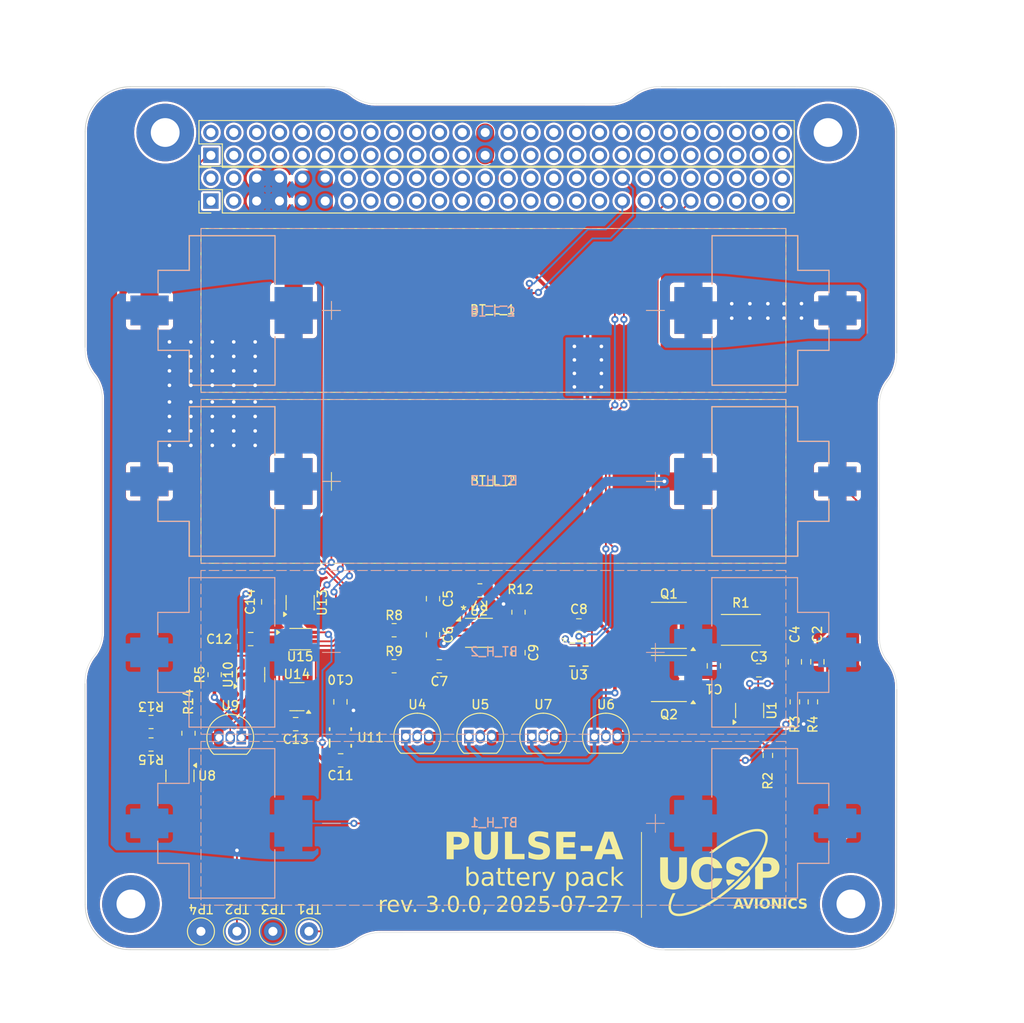
<source format=kicad_pcb>
(kicad_pcb (version 20241229) (generator "pcbnew") (generator_version "9.0")
  (layers (0 "F.Cu" signal) (2 "B.Cu" signal) (13 "F.Paste" user) (15 "B.Paste" user) (5 "F.SilkS" user "F.Silkscreen") (7 "B.SilkS" user "B.Silkscreen") (1 "F.Mask" user) (3 "B.Mask" user) (25 "Edge.Cuts" user))
  (net 0 "")
  (net 1 "Net-(C1-Pad1)")
  (net 2 "BATT_PRE_INH")
  (net 3 "/VDD")
  (net 4 "/B-")
  (net 5 "Net-(Q1-D-Pad5)")
  (net 6 "Net-(Q1-G)")
  (net 7 "Net-(Q2-G)")
  (net 8 "GNDREF")
  (net 9 "/BM")
  (net 11 "Net-(U1-V-)")
  (net 13 "Net-(U1-VC)")
  (net 14 "Net-(U2-VC2)")
  (net 21 "Net-(U2-VC1)")
  (net 28 "/I2C1_SDA")
  (net 36 "/I2C1_SCL")
  (net 97 "KAPTON_EN")
  (net 102 "KAPTON_OBC_EN")
  (net 105 "+5V")
  (net 106 "+3V3")
  (net 107 "KAPTON_SEL")
  (net 108 "/Heater Control/COMP_OUT")
  (net 109 "+5VA")
  (net 110 "Net-(U2-CD)")
  (net 111 "Net-(U2-VC1_CB)")
  (net 113 "Net-(U2-VDD)")
  (net 115 "Net-(U3-AIN3)")
  (net 116 "Net-(U3-AIN1)")
  (net 117 "Net-(U3-AIN2)")
  (net 118 "Net-(U3-AIN0)")
  (net 120 "Net-(U8-K)")
  (net 121 "Net-(U10--)")
  (net 122 "/Heater Control/COMP_REF")
  (net 124 "Net-(U13-Pad1)")
  (net 125 "Net-(U13-Pad2)")
  (net 126 "Net-(U14-Pad4)")
  (footprint "Package_TO_SOT_THT:TO-92_Inline" (layer "F.Cu") (at 114.485604 121.974396)
    (property "Reference" "U9")
    (property "Value" "TMP36xS")
  )
  (footprint "MountingHole:MountingHole_3.2mm_M3_Pad_TopBottom" (layer "F.Cu") (at 108.5278 54.731)
    (property "Reference" "H1" (hide yes))
    (property "Value" "MountingHole" (hide yes))
  )
  (footprint "Package_SO:VSSOP-8_2.3x2mm_P0.5mm" (layer "F.Cu") (at 123.525604 111.024396)
    (property "Reference" "U15")
    (property "Value" "74LVC2G08")
  )
  (footprint "Resistor_SMD:R_0805_2012Metric" (layer "F.Cu") (at 133.9674 114.037601)
    (property "Reference" "R9")
    (property "Value" "100")
  )
  (footprint "Capacitor_SMD:C_0805_2012Metric" (layer "F.Cu") (at 138.984019 114.048413 180)
    (property "Reference" "C7")
    (property "Value" "0.33uF")
  )
  (footprint "Capacitor_SMD:C_0805_2012Metric" (layer "F.Cu") (at 181 113.55 -90)
    (property "Reference" "C2")
    (property "Value" "0.1uF")
  )
  (footprint "Resistor_SMD:R_0603_1608Metric" (layer "F.Cu") (at 180.5 118 90)
    (property "Reference" "R4")
    (property "Value" "330")
  )
  (footprint "Capacitor_SMD:C_0805_2012Metric" (layer "F.Cu") (at 178.5 113.55 -90)
    (property "Reference" "C4")
    (property "Value" "0.1uF")
  )
  (footprint "Capacitor_SMD:C_0805_2012Metric" (layer "F.Cu") (at 154.5 109.5 180)
    (property "Reference" "C8")
    (property "Value" "0.1uF")
  )
  (footprint "Package_TO_SOT_SMD:SOT-23-6" (layer "F.Cu") (at 173.475 118.96 90)
    (property "Reference" "U1")
    (property "Value" "R5460N210AD1")
  )
  (footprint "MountingHole:MountingHole_3.2mm_M3_Pad_TopBottom" (layer "F.Cu") (at 184.7278 140.461)
    (property "Reference" "H3" (hide yes))
    (property "Value" "MountingHole" (hide yes))
  )
  (footprint "Package_TO_SOT_SMD:SOT-23-5" (layer "F.Cu") (at 123.163104 117.424396 180)
    (property "Reference" "U14")
    (property "Value" "74AHC1G04")
  )
  (footprint "TestPoint:TestPoint_Loop_D1.80mm_Drill1.0mm_Beaded" (layer "F.Cu") (at 116.5 143.5 90)
    (property "Reference" "TP2")
    (property "Value" "TestPoint")
  )
  (footprint "Capacitor_SMD:C_0805_2012Metric" (layer "F.Cu") (at 123.025604 120.474396 180)
    (property "Reference" "C13")
    (property "Value" "0.1uF")
  )
  (footprint "TestPoint:TestPoint_Loop_D1.80mm_Drill1.0mm_Beaded" (layer "F.Cu") (at 124.5 143.5 90)
    (property "Reference" "TP1")
    (property "Value" "TestPoint")
  )
  (footprint "Capacitor_SMD:C_0805_2012Metric" (layer "F.Cu") (at 128 118 90)
    (property "Reference" "C10")
    (property "Value" "1uF")
  )
  (footprint "TestPoint:TestPoint_Loop_D1.80mm_Drill1.0mm_Beaded" (layer "F.Cu") (at 112.5 143.5 90)
    (property "Reference" "TP4")
    (property "Value" "TestPoint")
  )
  (footprint "Resistor_SMD:R_0805_2012Metric" (layer "F.Cu") (at 106.957398 122.737364 180)
    (property "Reference" "R15")
    (property "Value" "1.5k")
  )
  (footprint "Resistor_SMD:R_0805_2012Metric" (layer "F.Cu") (at 114.025604 114.974396 90)
    (property "Reference" "R5")
    (property "Value" ">47k")
  )
  (footprint "MountingHole:MountingHole_3.2mm_M3_Pad_TopBottom" (layer "F.Cu") (at 104.7178 140.461)
    (property "Reference" "H4" (hide yes))
    (property "Value" "MountingHole" (hide yes))
  )
  (footprint "BattBrdFtPrts:DRV0006A_NV" (layer "F.Cu") (at 128 121.961895 90)
    (property "Reference" "U11")
    (property "Value" "TPS7A2601DRVR")
  )
  (footprint "Resistor_SMD:R_0603_1608Metric" (layer "F.Cu") (at 175.5 123.95 -90)
    (property "Reference" "R2")
    (property "Value" "1K")
  )
  (footprint "Package_TO_SOT_SMD:SOT-23-5" (layer "F.Cu") (at 118.025604 114.974396 90)
    (property "Reference" "U10")
    (property "Value" "LMV331")
  )
  (footprint "Package_TO_SOT_THT:TO-92_Inline" (layer "F.Cu") (at 149.27 121.86)
    (property "Reference" "U7")
    (property "Value" "LM35-LP")
  )
  (footprint "Package_SO:SOIC-8_3.9x4.9mm_P1.27mm" (layer "F.Cu") (at 164.5 115.405 180)
    (property "Reference" "Q2")
    (property "Value" "IRF7458")
  )
  (footprint "BattBrdFtPrts:RUG10_TEX" (layer "F.Cu") (at 154.5 112.75)
    (property "Reference" "U3")
    (property "Value" "TLA2024IRUGR")
  )
  (footprint "Resistor_SMD:R_0805_2012Metric" (layer "F.Cu") (at 106.957398 120.237364 180)
    (property "Reference" "R13")
    (property "Value" "10k")
  )
  (footprint "Resistor_SMD:R_2512_6332Metric" (layer "F.Cu") (at 172.5 110 180)
    (property "Reference" "R1")
    (property "Value" "0.01")
  )
  (footprint "Connector_PinHeader_2.54mm:PinHeader_2x26_P2.54mm_Vertical" (layer "F.Cu") (at 113.6078 62.346 90)
    (property "Reference" "J1" (hide yes))
    (property "Value" "Conn_02x26_Odd_Even" (hide yes))
  )
  (footprint "BattBrdFtPrts:BAT_254_1" (layer "F.Cu") (at 145 93.5)
    (property "Reference" "BT_L_2")
    (property "Value" "54")
  )
  (footprint "Resistor_SMD:R_0805_2012Metric" (layer "F.Cu") (at 147.7874 108.037601 -90)
    (property "Reference" "R12")
    (property "Value" "100")
  )
  (footprint "LOGO" (layer "F.Cu") (at 169.956777 137)
    (property "Reference" "G***" (hide yes))
    (property "Value" "LOGO" (hide yes))
  )
  (footprint "Package_TO_SOT_THT:TO-92_Inline" (layer "F.Cu") (at 135.27 121.86)
    (property "Reference" "U4")
    (property "Value" "LM35-LP")
  )
  (footprint "Capacitor_SMD:C_0805_2012Metric" (layer "F.Cu") (at 138.2874 110.537601 -90)
    (property "Reference" "C6")
    (property "Value" "0.1uF")
  )
  (footprint "Package_TO_SOT_THT:TO-92_Inline" (layer "F.Cu") (at 142.27 121.86)
    (property "Reference" "U5")
    (property "Value" "LM35-LP")
  )
  (footprint "Resistor_SMD:R_0805_2012Metric" (layer "F.Cu") (at 111.114133 121.488104 90)
    (property "Reference" "R14")
    (property "Value" "31.6k")
  )
  (footprint "Capacitor_SMD:C_0805_2012Metric" (layer "F.Cu") (at 169.5 114 -90)
    (property "Reference" "C1")
    (property "Value" "0.1uF")
  )
  (footprint "Package_TO_SOT_SMD:SOT-23-5" (layer "F.Cu") (at 123.525604 106.974396 90)
    (property "Reference" "U13")
    (property "Value" "74AHC1G32")
  )
  (footprint "Package_TO_SOT_SMD:SOT-23" (layer "F.Cu") (at 110.16848 126.220279 -90)
    (property "Reference" "U8")
    (property "Value" "LM4040DBZ-2.5")
  )
  (footprint "Capacitor_SMD:C_0805_2012Metric" (layer "F.Cu") (at 128.024396 124.5)
    (property "Reference" "C11")
    (property "Value" "2.2uF")
  )
  (footprint "Capacitor_SMD:C_0805_2012Metric" (layer "F.Cu") (at 147.7874 112.537601 -90)
    (property "Reference" "C9")
    (property "Value" "0.1uF")
  )
  (footprint "TestPoint:TestPoint_Loop_D1.80mm_Drill1.0mm_Beaded" (layer "F.Cu") (at 120.5 143.5 90)
    (property "Reference" "TP3")
    (property "Value" "TestPoint")
  )
  (footprint "Resistor_SMD:R_0805_2012Metric" (layer "F.Cu") (at 133.9674 110.037601)
    (property "Reference" "R8")
    (property "Value" "260")
  )
  (footprint "Package_SO:SOIC-8_3.9x4.9mm_P1.27mm" (layer "F.Cu") (at 164.5 109.5 180)
    (property "Reference" "Q1")
    (property "Value" "IRF7458")
  )
  (footprint "Resistor_SMD:R_0805_2012Metric" (layer "F.Cu") (at 143.5 105.612401 180)
    (property "Reference" "R7")
    (property "Value" "160")
  )
  (footprint "Connector_PinHeader_2.54mm:PinHeader_2x26_P2.54mm_Vertical" (layer "F.Cu") (at 113.6078 57.266 90)
    (property "Reference" "J2" (hide yes))
    (property "Value" "Conn_02x26_Odd_Even" (hide yes))
  )
  (footprint "Capacitor_SMD:C_0805_2012Metric" (layer "F.Cu") (at 138.2874 106.537601 -90)
    (property "Reference" "C5")
    (property "Value" "0.1uF")
  )
  (footprint "Package_TO_SOT_THT:TO-92_Inline" (layer "F.Cu") (at 156.23 121.86)
    (property "Reference" "U6")
    (property "Value" "LM35-LP")
  )
  (footprint "Package_SON:VSON-8-1EP_3x3mm_P0.65mm_EP1.65x2.4mm" (layer "F.Cu") (at 143.3937 110.325001)
    (property "Reference" "U2")
    (property "Value" "BQ29200DRBR")
  )
  (footprint "Resistor_SMD:R_0603_1608Metric" (layer "F.Cu") (at 178.5 118 90)
    (property "Reference" "R3")
    (property "Value" "330")
  )
  (footprint "BattBrdFtPrts:BAT_254_1" (layer "F.Cu") (at 145 74.5)
    (property "Reference" "BT_L_1")
    (property "Value" "54")
  )
  (footprint "MountingHole:MountingHole_3.2mm_M3_Pad_TopBottom" (layer "F.Cu") (at 182.1878 54.731)
    (property "Reference" "H2" (hide yes))
    (property "Value" "MountingHole" (hide yes))
  )
  (footprint "Capacitor_SMD:C_0805_2012Metric" (layer "F.Cu") (at 119.975604 106.886896 -90)
    (property "Reference" "C14")
    (property "Value" "0.1uF")
  )
  (footprint "Capacitor_SMD:C_0805_2012Metric" (layer "F.Cu") (at 118.025604 111.024396 180)
    (property "Reference" "C12")
    (property "Value" "15pF")
  )
  (footprint "Capacitor_SMD:C_0805_2012Metric" (layer "F.Cu") (at 174.5 114.5 180)
    (property "Reference" "C3")
    (property "Value" "0.1uF")
  )
  (footprint "BattBrdFtPrts:BAT_254_1" (layer "B.Cu") (at 145 131.5 180)
    (property "Reference" "BT_H_1")
    (property "Value" "54")
  )
  (footprint "BattBrdFtPrts:BAT_254_1" (layer "B.Cu") (at 145 112.5 180)
    (property "Reference" "BT_H_2")
    (property "Value" "54")
  )
  (footprint "BattBrdFtPrts:BAT_254_1" (layer "B.Cu") (at 145 93.5 180)
    (property "Reference" "BT_H_3")
    (property "Value" "54")
  )
  (footprint "BattBrdFtPrts:BAT_254_1" (layer "B.Cu") (at 145 74.5)
    (property "Reference" "BT_L_3")
    (property "Value" "54")
  )
  (gr_line (start 161.452996 132.5) (end 161.452996 141.957664) (stroke (width 0.1)) (layer "F.SilkS"))
  (gr_arc (start 188.703007 113.377496) (mid 189.575395 114.893061) (end 189.825295 116.623834) (stroke (width 0.05)) (layer "Edge.Cuts"))
  (gr_arc (start 164.070634 145.553495) (mid 162.339857 145.303622) (end 160.824296 144.431207) (stroke (width 0.05)) (layer "Edge.Cuts"))
  (gr_line (start 189.8078 54.646) (end 189.818004 79.229045) (stroke (width 0.1)) (layer "Edge.Cuts"))
  (gr_line (start 99.6378 140.536) (end 99.620305 115.988834) (stroke (width 0.1)) (layer "Edge.Cuts"))
  (gr_arc (start 129.89559 144.425492) (mid 128.39256 145.292796) (end 126.675845 145.546204) (stroke (width 0.05)) (layer "Edge.Cuts"))
  (gr_arc (start 187.903756 84.944188) (mid 188.108977 83.631731) (end 188.704919 82.444503) (stroke (width 0.05)) (layer "Edge.Cuts"))
  (gr_arc (start 160.411506 50.758743) (mid 161.927068 49.886343) (end 163.657844 49.636455) (stroke (width 0.05)) (layer "Edge.Cuts"))
  (gr_line (start 157.911821 51.559906) (end 131.978198 51.557994) (stroke (width 0.05)) (layer "Edge.Cuts"))
  (gr_arc (start 104.6378 145.536) (mid 101.1023 144.07152) (end 99.6378 140.536) (stroke (width 0.1)) (layer "Edge.Cuts"))
  (gr_arc (start 101.543756 110.242811) (mid 101.338532 111.555268) (end 100.742593 112.742496) (stroke (width 0.05)) (layer "Edge.Cuts"))
  (gr_line (start 163.657844 49.636455) (end 184.8078 49.646) (stroke (width 0.1)) (layer "Edge.Cuts"))
  (gr_line (start 126.675845 145.546204) (end 104.6378 145.536) (stroke (width 0.1)) (layer "Edge.Cuts"))
  (gr_arc (start 160.411506 50.758743) (mid 159.224274 51.354678) (end 157.911821 51.559906) (stroke (width 0.05)) (layer "Edge.Cuts"))
  (gr_line (start 104.6378 49.646) (end 126.263055 49.643746) (stroke (width 0.1)) (layer "Edge.Cuts"))
  (gr_line (start 101.543756 110.242811) (end 101.541844 84.309188) (stroke (width 0.05)) (layer "Edge.Cuts"))
  (gr_arc (start 189.818004 79.229045) (mid 189.564612 80.945766) (end 188.697292 82.44879) (stroke (width 0.05)) (layer "Edge.Cuts"))
  (gr_arc (start 126.263055 49.643746) (mid 127.979775 49.89714) (end 129.4828 50.764458) (stroke (width 0.05)) (layer "Edge.Cuts"))
  (gr_line (start 184.8078 145.536) (end 164.070634 145.553495) (stroke (width 0.1)) (layer "Edge.Cuts"))
  (gr_arc (start 129.891303 144.433119) (mid 131.078545 143.837223) (end 132.390988 143.631956) (stroke (width 0.05)) (layer "Edge.Cuts"))
  (gr_arc (start 99.6378 54.646) (mid 101.102276 51.110476) (end 104.6378 49.646) (stroke (width 0.1)) (layer "Edge.Cuts"))
  (gr_arc (start 188.703007 113.377496) (mid 188.107091 112.190261) (end 187.901844 110.877811) (stroke (width 0.05)) (layer "Edge.Cuts"))
  (gr_line (start 158.324611 143.630044) (end 132.390988 143.631956) (stroke (width 0.05)) (layer "Edge.Cuts"))
  (gr_arc (start 131.978198 51.557994) (mid 130.66575 51.352744) (end 129.478513 50.756831) (stroke (width 0.05)) (layer "Edge.Cuts"))
  (gr_arc (start 100.748308 81.81379) (mid 99.881016 80.310758) (end 99.627596 78.594045) (stroke (width 0.05)) (layer "Edge.Cuts"))
  (gr_line (start 189.825295 116.623834) (end 189.8078 140.536) (stroke (width 0.1)) (layer "Edge.Cuts"))
  (gr_arc (start 189.8078 140.536) (mid 188.343344 144.071544) (end 184.8078 145.536) (stroke (width 0.1)) (layer "Edge.Cuts"))
  (gr_arc (start 100.740681 81.809503) (mid 101.336572 82.996745) (end 101.541844 84.309188) (stroke (width 0.05)) (layer "Edge.Cuts"))
  (gr_line (start 187.901844 110.877811) (end 187.903756 84.944188) (stroke (width 0.05)) (layer "Edge.Cuts"))
  (gr_arc (start 158.324611 143.630044) (mid 159.63707 143.835265) (end 160.824296 144.431207) (stroke (width 0.05)) (layer "Edge.Cuts"))
  (gr_arc (start 99.620305 115.988834) (mid 99.870175 114.258054) (end 100.742593 112.742496) (stroke (width 0.05)) (layer "Edge.Cuts"))
  (gr_arc (start 184.8078 49.646) (mid 188.343368 51.110452) (end 189.8078 54.646) (stroke (width 0.1)) (layer "Edge.Cuts"))
  (gr_line (start 99.627596 78.594045) (end 99.6378 54.646) (stroke (width 0.1)) (layer "Edge.Cuts"))
  (gr_text "PULSE-A" (at 159.456777 136 0) (layer "F.SilkS") (effects (font (size 3 3) (thickness 0.1)) (justify right bottom)))
  (gr_text "AVIONICS" (at 171.651506 141.164951 0) (layer "F.SilkS") (effects (font (size 1.1 1.1) (thickness 0.25) (bold yes) (italic yes)) (justify left bottom)))
  (gr_text "rev. 3.0.0, 2025-07-27" (at 159.456777 141.643573 0) (layer "F.SilkS") (effects (font (size 1.75 1.75) (thickness 0.1875)) (justify right bottom)))
  (gr_text "battery pack" (at 159.500114 138.774189 0) (layer "F.SilkS") (effects (font (size 2 2) (thickness 0.1)) (justify right bottom)))
  (segment (start 169.5 113.05) (end 169.5 110.0375) (width 1) (layer "F.Cu") (net 1))
  (segment (start 169.5 110.0375) (end 169.5375 110) (width 1) (layer "F.Cu") (net 1))
  (segment (start 180.5 119.435) (end 179.475 120.46) (width 0.2) (layer "F.Cu") (net 2))
  (segment (start 128.649999 120.649999) (end 128 120) (width 0.4) (layer "F.Cu") (net 2))
  (segment (start 128 120) (end 128 118.95) (width 0.4) (layer "F.Cu") (net 2))
  (segment (start 128.649999 120.986896) (end 128.649999 120.649999) (width 0.4) (layer "F.Cu") (net 2))
  (segment (start 127.349999 120.650001) (end 128 120) (width 0.4) (layer "F.Cu") (net 2))
  (segment (start 146.125101 107.125101) (end 147.7874 107.125101) (width 0.2) (layer "F.Cu") (net 2))
  (segment (start 146.125101 107.125101) (end 144.612401 105.612401) (width 0.2) (layer "F.Cu") (net 2))
  (segment (start 129.45 118.95) (end 128 118.95) (width 0.4) (layer "F.Cu") (net 2))
  (segment (start 144.612401 105.612401) (end 144.4125 105.612401) (width 0.2) (layer "F.Cu") (net 2))
  (segment (start 127.349999 120.986896) (end 127.349999 120.650001) (width 0.4) (layer "F.Cu") (net 2))
  (segment (start 180.5 118.825) (end 180.5 119.435) (width 0.2) (layer "F.Cu") (net 2))
  (via (at 146.125101 107.125101) (size 0.8) (drill 0.4) (layers "F.Cu" "B.Cu") (net 2))
  (via (at 129.45 118.95) (size 0.8) (drill 0.4) (layers "F.Cu" "B.Cu") (net 2))
  (via (at 179.475 120.46) (size 0.8) (drill 0.4) (layers "F.Cu" "B.Cu") (net 2))
  (segment (start 180.5 116.5) (end 180.5 117.175) (width 0.2) (layer "F.Cu") (net 3))
  (segment (start 175.475 115.96) (end 177.04 115.96) (width 0.2) (layer "F.Cu") (net 3))
  (segment (start 178.5 114.5) (end 180.5 116.5) (width 0.2) (layer "F.Cu") (net 3))
  (segment (start 177.04 115.96) (end 178.5 114.5) (width 0.2) (layer "F.Cu") (net 3))
  (segment (start 173.475 115.96) (end 173.475 117.8225) (width 0.2) (layer "F.Cu") (net 3))
  (via (at 173.475 115.96) (size 0.8) (drill 0.4) (layers "F.Cu" "B.Cu") (net 3))
  (via (at 175.475 115.96) (size 0.8) (drill 0.4) (layers "F.Cu" "B.Cu") (net 3))
  (segment (start 173.475 115.96) (end 175.475 115.96) (width 0.2) (layer "B.Cu") (net 3))
  (segment (start 172.525 117.8225) (end 172.525 112.9375) (width 0.2) (layer "F.Cu") (net 4))
  (segment (start 129.5 141.5) (end 175.5 141.5) (width 0.2) (layer "F.Cu") (net 4))
  (segment (start 144.112401 110.650002) (end 143.7874 110.325001) (width 0.4) (layer "F.Cu") (net 4))
  (segment (start 175.4625 114.4875) (end 175.45 114.5) (width 0.2) (layer "F.Cu") (net 4))
  (segment (start 143.974999 111.3) (end 143.7874 111.112401) (width 0.4) (layer "F.Cu") (net 4))
  (segment (start 139.5 111.5) (end 139.487601 111.487601) (width 1) (layer "F.Cu") (net 4))
  (segment (start 138.2874 112.325001) (end 138 112.612401) (width 0.4) (layer "F.Cu") (net 4))
  (segment (start 143.3937 107.8937) (end 143.25 107.75) (width 0.16) (layer "F.Cu") (net 4))
  (segment (start 143.3937 110.325001) (end 143.3937 107.8937) (width 0.2) (layer "F.Cu") (net 4))
  (segment (start 175.5 141.5) (end 187.5 129.5) (width 0.2) (layer "F.Cu") (net 4))
  (segment (start 181 112.6) (end 178.5 112.6) (width 0.2) (layer "F.Cu") (net 4))
  (segment (start 187.5 129.5) (end 187.5 115.232426) (width 0.2) (layer "F.Cu") (net 4))
  (segment (start 147.7874 113.487601) (end 147.056302 113.487601) (width 0.2) (layer "F.Cu") (net 4))
  (segment (start 187.5 115.232426) (end 186 113.732426) (width 0.2) (layer "F.Cu") (net 4))
  (segment (start 178.5 112.6) (end 178.5 110) (width 0.2) (layer "F.Cu") (net 4))
  (segment (start 127.5 143.5) (end 129.5 141.5) (width 0.2) (layer "F.Cu") (net 4))
  (segment (start 144.868701 110.650002) (end 144.112401 110.650002) (width 0.4) (layer "F.Cu") (net 4))
  (segment (start 144.868701 111.3) (end 143.974999 111.3) (width 0.4) (layer "F.Cu") (net 4))
  (segment (start 144.868701 111.3) (end 144.759888 111.3) (width 0.2) (layer "F.Cu") (net 4))
  (segment (start 164 93.5) (end 167.226093 93.5) (width 1) (layer "F.Cu") (net 4))
  (segment (start 181 110) (end 178.5 110) (width 2) (layer "F.Cu") (net 4))
  (segment (start 147.056302 113.487601) (end 144.868701 111.3) (width 0.2) (layer "F.Cu") (net 4))
  (segment (start 186 96.263907) (end 183.238669 93.502576) (width 0.2) (layer "F.Cu") (net 4))
  (segment (start 178.5 110) (end 175.4625 110) (width 2) (layer "F.Cu") (net 4))
  (segment (start 183.238669 93.502576) (end 183.238669 107.761331) (width 2) (layer "F.Cu") (net 4))
  (segment (start 139.487601 111.487601) (end 138.2874 111.487601) (width 1) (layer "F.Cu") (net 4))
  (segment (start 138 112.612401) (end 138.034019 112.64642) (width 0.4) (layer "F.Cu") (net 4))
  (segment (start 124.5 143.5) (end 127.5 143.5) (width 0.2) (layer "F.Cu") (net 4))
  (segment (start 167.226093 93.5) (end 167.228669 93.502576) (width 1) (layer "F.Cu") (net 4))
  (segment (start 138.2874 111.487601) (end 138.2874 112.325001) (width 0.4) (layer "F.Cu") (net 4))
  (segment (start 175.4625 110) (end 175.4625 114.4875) (width 0.2) (layer "F.Cu") (net 4))
  (segment (start 138.034019 112.64642) (end 138.034019 114.048413) (width 0.4) (layer "F.Cu") (net 4))
  (segment (start 172.525 112.9375) (end 175.4625 110) (width 0.2) (layer "F.Cu") (net 4))
  (segment (start 183.238669 107.761331) (end 181 110) (width 2) (layer "F.Cu") (net 4))
  (segment (start 186 113.732426) (end 186 96.263907) (width 0.2) (layer "F.Cu") (net 4))
  (segment (start 181 112.6) (end 181 110) (width 0.2) (layer "F.Cu") (net 4))
  (via (at 139.5 111.5) (size 0.8) (drill 0.4) (layers "F.Cu" "B.Cu") (net 4))
  (via (at 177.297474 75.36008) (size 0.8) (drill 0.4) (layers "F.Cu" "B.Cu") (net 4))
  (via (at 173.5 73.753231) (size 0.8) (drill 0.4) (layers "F.Cu" "B.Cu") (net 4))
  (via (at 179.234143 73.742605) (size 0.8) (drill 0.4) (layers "F.Cu" "B.Cu") (net 4))
  (via (at 177.297474 73.751414) (size 0.8) (drill 0.4) (layers "F.Cu" "B.Cu") (net 4))
  (via (at 175.5 75.361897) (size 0.8) (drill 0.4) (layers "F.Cu" "B.Cu") (net 4))
  (via (at 175.5 73.753231) (size 0.8) (drill 0.4) (layers "F.Cu" "B.Cu") (net 4))
  (via (at 171.482173 75.361897) (size 0.8) (drill 0.4) (layers "F.Cu" "B.Cu") (net 4))
  (via (at 164 93.5) (size 0.8) (drill 0.4) (layers "F.Cu" "B.Cu") (net 4))
  (via (at 173.5 75.361897) (size 0.8) (drill 0.4) (layers "F.Cu" "B.Cu") (net 4))
  (via (at 179.234143 75.351271) (size 0.8) (drill 0.4) (layers "F.Cu" "B.Cu") (net 4))
  (via (at 171.482173 73.753231) (size 0.8) (drill 0.4) (layers "F.Cu" "B.Cu") (net 4))
  (via (at 143.25 107.75) (size 0.8) (drill 0.4) (layers "F.Cu" "B.Cu") (net 4))
  (segment (start 142.25 108.75) (end 142.75 108.25) (width 1) (layer "B.Cu") (net 4))
  (segment (start 157.5 93.5) (end 164 93.5) (width 1) (layer "B.Cu") (net 4))
  (segment (start 143.25 107.75) (end 157.5 93.5) (width 1) (layer "B.Cu") (net 4))
  (segment (start 142.75 108.25) (end 143.25 107.75) (width 1) (layer "B.Cu") (net 4))
  (segment (start 139.5 111.5) (end 142.25 108.75) (width 1) (layer "B.Cu") (net 4))
  (segment (start 170.5 106.5) (end 167.5 106.5) (width 0.2) (layer "F.Cu") (net 6))
  (segment (start 166.975 107.025) (end 166.975 107.595) (width 0.2) (layer "F.Cu") (net 6))
  (segment (start 171.5 119.0725) (end 171.5 107.5) (width 0.2) (layer "F.Cu") (net 6))
  (segment (start 172.525 120.0975) (end 171.5 119.0725) (width 0.2) (layer "F.Cu") (net 6))
  (segment (start 171.5 107.5) (end 170.5 106.5) (width 0.2) (layer "F.Cu") (net 6))
  (segment (start 167.5 106.5) (end 166.975 107.025) (width 0.2) (layer "F.Cu") (net 6))
  (segment (start 173.475 120.451968) (end 172.865968 121.061) (width 0.2) (layer "F.Cu") (net 7))
  (segment (start 168.43884 113.5) (end 166.975 113.5) (width 0.2) (layer "F.Cu") (net 7))
  (segment (start 168.93884 114) (end 168.43884 113.5) (width 0.2) (layer "F.Cu") (net 7))
  (segment (start 172.184032 121.061) (end 171 119.876968) (width 0.2) (layer "F.Cu") (net 7))
  (segment (start 173.475 120.0975) (end 173.475 120.451968) (width 0.2) (layer "F.Cu") (net 7))
  (segment (start 172.865968 121.061) (end 172.184032 121.061) (width 0.2) (layer "F.Cu") (net 7))
  (segment (start 171 119.876968) (end 171 114.5) (width 0.2) (layer "F.Cu") (net 7))
  (segment (start 171 114.5) (end 170.5 114) (width 0.2) (layer "F.Cu") (net 7))
  (segment (start 170.5 114) (end 168.93884 114) (width 0.2) (layer "F.Cu") (net 7))
  (segment (start 123.638105 116.474396) (end 123.237104 116.875397) (width 0.4) (layer "F.Cu") (net 8))
  (segment (start 128 120.986896) (end 128 121.961895) (width 0.16) (layer "F.Cu") (net 8))
  (segment (start 124.300604 116.474396) (end 123.638105 116.474396) (width 0.4) (layer "F.Cu") (net 8))
  (segment (start 122.125604 111.774396) (end 124.300604 113.949396) (width 0.2) (layer "F.Cu") (net 8))
  (segment (start 117.075604 110.736896) (end 117.075604 111.024396) (width 0.2) (layer "F.Cu") (net 8))
  (segment (start 123.5 106.473793) (end 123.5 104.5) (width 0.2) (layer "F.Cu") (net 8))
  (segment (start 124.300604 113.949396) (end 124.300604 116.474396) (width 0.2) (layer "F.Cu") (net 8))
  (segment (start 124.475604 107.449397) (end 123.5 106.473793) (width 0.2) (layer "F.Cu") (net 8))
  (segment (start 123.237104 119.735896) (end 123.975604 120.474396) (width 0.4) (layer "F.Cu") (net 8))
  (segment (start 124.475604 108.111896) (end 124.475604 107.449397) (width 0.2) (layer "F.Cu") (net 8))
  (segment (start 123.237104 116.875397) (end 123.237104 119.735896) (width 0.4) (layer "F.Cu") (net 8))
  (via (at 154 81.5) (size 0.8) (drill 0.4) (layers "F.Cu" "B.Cu") (net 8))
  (via (at 157 83) (size 0.8) (drill 0.4) (layers "F.Cu" "B.Cu") (net 8))
  (via (at 154 80) (size 0.8) (drill 0.4) (layers "F.Cu" "B.Cu") (net 8))
  (via (at 157 81.5) (size 0.8) (drill 0.4) (layers "F.Cu" "B.Cu") (net 8))
  (via (at 157 78.5) (size 0.8) (drill 0.4) (layers "F.Cu" "B.Cu") (net 8))
  (via (at 154 78.5) (size 0.8) (drill 0.4) (layers "F.Cu" "B.Cu") (net 8))
  (via (at 154 83) (size 0.8) (drill 0.4) (layers "F.Cu" "B.Cu") (net 8))
  (via (at 157 80) (size 0.8) (drill 0.4) (layers "F.Cu" "B.Cu") (net 8))
  (segment (start 133.0549 109.5549) (end 122.796357 99.296357) (width 0.2) (layer "F.Cu") (net 9))
  (segment (start 178.5 118.825) (end 178.5 119.5) (width 0.2) (layer "F.Cu") (net 9))
  (segment (start 157.997424 131.502576) (end 165 124.5) (width 0.2) (layer "F.Cu") (net 9))
  (segment (start 116.5 143.5) (end 116.5 134.5) (width 0.2) (layer "F.Cu") (net 9))
  (segment (start 122.796357 99.296357) (end 122.796357 93.5) (width 0.2) (layer "F.Cu") (net 9))
  (segment (start 133.0549 114.037601) (end 133.0549 110.037601) (width 0.2) (layer "F.Cu") (net 9))
  (segment (start 133.0549 110.037601) (end 133.0549 109.5549) (width 0.2) (layer "F.Cu") (net 9))
  (segment (start 178.5 119.5) (end 177.5 120.5) (width 0.2) (layer "F.Cu") (net 9))
  (segment (start 165 124.5) (end 173 124.5) (width 0.2) (layer "F.Cu") (net 9))
  (segment (start 129.5 131.502576) (end 157.997424 131.502576) (width 0.2) (layer "F.Cu") (net 9))
  (via (at 109 87.891332) (size 0.8) (drill 0.4) (layers "F.Cu" "B.Cu") (net 9))
  (via (at 109 89.5) (size 0.8) (drill 0.4) (layers "F.Cu" "B.Cu") (net 9))
  (via (at 111.38125 81.217332) (size 0.8) (drill 0.4) (layers "F.Cu" "B.Cu") (net 9))
  (via (at 113.7625 84.674) (size 0.8) (drill 0.4) (layers "F.Cu" "B.Cu") (net 9))
  (via (at 109 82.826) (size 0.8) (drill 0.4) (layers "F.Cu" "B.Cu") (net 9))
  (via (at 116.14375 81.217332) (size 0.8) (drill 0.4) (layers "F.Cu" "B.Cu") (net 9))
  (via (at 111.38125 87.891332) (size 0.8) (drill 0.4) (layers "F.Cu" "B.Cu") (net 9))
  (via (at 111.38125 86.282666) (size 0.8) (drill 0.4) (layers "F.Cu" "B.Cu") (net 9))
  (via (at 109 81.217332) (size 0.8) (drill 0.4) (layers "F.Cu" "B.Cu") (net 9))
  (via (at 116.14375 84.674) (size 0.8) (drill 0.4) (layers "F.Cu" "B.Cu") (net 9))
  (via (at 109 78) (size 0.8) (drill 0.4) (layers "F.Cu" "B.Cu") (net 9))
  (via (at 118.525 86.282666) (size 0.8) (drill 0.4) (layers "F.Cu" "B.Cu") (net 9))
  (via (at 118.525 84.674) (size 0.8) (drill 0.4) (layers "F.Cu" "B.Cu") (net 9))
  (via (at 118.525 79.608666) (size 0.8) (drill 0.4) (layers "F.Cu" "B.Cu") (net 9))
  (via (at 111.38125 79.608666) (size 0.8) (drill 0.4) (layers "F.Cu" "B.Cu") (net 9))
  (via (at 113.7625 82.826) (size 0.8) (drill 0.4) (layers "F.Cu" "B.Cu") (net 9))
  (via (at 116.14375 89.5) (size 0.8) (drill 0.4) (layers "F.Cu" "B.Cu") (net 9))
  (via (at 109 84.674) (size 0.8) (drill 0.4) (layers "F.Cu" "B.Cu") (net 9))
  (via (at 116.5 134.5) (size 0.8) (drill 0.4) (layers "F.Cu" "B.Cu") (net 9))
  (via (at 116.14375 87.891332) (size 0.8) (drill 0.4) (layers "F.Cu" "B.Cu") (net 9))
  (via (at 129.5 131.502576) (size 0.8) (drill 0.4) (layers "F.Cu" "B.Cu") (net 9))
  (via (at 177.5 120.5) (size 0.8) (drill 0.4) (layers "F.Cu" "B.Cu") (net 9))
  (via (at 111.38125 78) (size 0.8) (drill 0.4) (layers "F.Cu" "B.Cu") (net 9))
  (via (at 113.7625 81.217332) (size 0.8) (drill 0.4) (layers "F.Cu" "B.Cu") (net 9))
  (via (at 118.525 78) (size 0.8) (drill 0.4) (layers "F.Cu" "B.Cu") (net 9))
  (via (at 116.14375 82.826) (size 0.8) (drill 0.4) (layers "F.Cu" "B.Cu") (net 9))
  (via (at 118.525 81.217332) (size 0.8) (drill 0.4) (layers "F.Cu" "B.Cu") (net 9))
  (via (at 113.7625 78) (size 0.8) (drill 0.4) (layers "F.Cu" "B.Cu") (net 9))
  (via (at 116.14375 78) (size 0.8) (drill 0.4) (layers "F.Cu" "B.Cu") (net 9))
  (via (at 113.7625 87.891332) (size 0.8) (drill 0.4) (layers "F.Cu" "B.Cu") (net 9))
  (via (at 113.7625 89.5) (size 0.8) (drill 0.4) (layers "F.Cu" "B.Cu") (net 9))
  (via (at 116.14375 86.282666) (size 0.8) (drill 0.4) (layers "F.Cu" "B.Cu") (net 9))
  (via (at 111.38125 82.826) (size 0.8) (drill 0.4) (layers "F.Cu" "B.Cu") (net 9))
  (via (at 109 86.282666) (size 0.8) (drill 0.4) (layers "F.Cu" "B.Cu") (net 9))
  (via (at 109 79.608666) (size 0.8) (drill 0.4) (layers "F.Cu" "B.Cu") (net 9))
  (via (at 111.38125 89.5) (size 0.8) (drill 0.4) (layers "F.Cu" "B.Cu") (net 9))
  (via (at 118.525 89.5) (size 0.8) (drill 0.4) (layers "F.Cu" "B.Cu") (net 9))
  (via (at 116.14375 79.608666) (size 0.8) (drill 0.4) (layers "F.Cu" "B.Cu") (net 9))
  (via (at 113.7625 86.282666) (size 0.8) (drill 0.4) (layers "F.Cu" "B.Cu") (net 9))
  (via (at 113.7625 79.608666) (size 0.8) (drill 0.4) (layers "F.Cu" "B.Cu") (net 9))
  (via (at 118.525 87.891332) (size 0.8) (drill 0.4) (layers "F.Cu" "B.Cu") (net 9))
  (via (at 111.38125 84.674) (size 0.8) (drill 0.4) (layers "F.Cu" "B.Cu") (net 9))
  (via (at 173 124.5) (size 0.8) (drill 0.4) (layers "F.Cu" "B.Cu") (net 9))
  (via (at 118.525 82.826) (size 0.8) (drill 0.4) (layers "F.Cu" "B.Cu") (net 9))
  (segment (start 122.771331 131.502576) (end 129.5 131.502576) (width 0.16) (layer "B.Cu") (net 9))
  (segment (start 173.5 124.5) (end 173 124.5) (width 0.2) (layer "B.Cu") (net 9))
  (segment (start 177.5 120.5) (end 173.5 124.5) (width 0.2) (layer "B.Cu") (net 9))
  (segment (start 181.975 119.46) (end 178.31 123.125) (width 0.2) (layer "F.Cu") (net 11))
  (segment (start 174.425 120.0975) (end 174.425 122.05) (width 0.2) (layer "F.Cu") (net 11))
  (segment (start 178.31 123.125) (end 175.5 123.125) (width 0.2) (layer "F.Cu") (net 11))
  (segment (start 181.975 115.475) (end 181.975 119.46) (width 0.2) (layer "F.Cu") (net 11))
  (segment (start 174.425 122.05) (end 175.5 123.125) (width 0.2) (layer "F.Cu") (net 11))
  (segment (start 181 114.5) (end 181.975 115.475) (width 0.2) (layer "F.Cu") (net 11))
  (segment (start 174.425 115.375) (end 173.55 114.5) (width 0.2) (layer "F.Cu") (net 13))
  (segment (start 175.6775 117.8225) (end 176.325 117.175) (width 0.2) (layer "F.Cu") (net 13))
  (segment (start 174.425 117.8225) (end 175.6775 117.8225) (width 0.2) (layer "F.Cu") (net 13))
  (segment (start 176.325 117.175) (end 178.5 117.175) (width 0.2) (layer "F.Cu") (net 13))
  (segment (start 174.425 117.8225) (end 174.425 115.375) (width 0.2) (layer "F.Cu") (net 13))
  (segment (start 142.0375 106.574901) (end 141.918699 106.693702) (width 0.2) (layer "F.Cu") (net 14))
  (segment (start 142.0127 105.587601) (end 142.0375 105.612401) (width 0.2) (layer "F.Cu") (net 14))
  (segment (start 138.2874 105.587601) (end 142.0127 105.587601) (width 0.2) (layer "F.Cu") (net 14))
  (segment (start 141.918699 106.693702) (end 141.918699 109.350002) (width 0.2) (layer "F.Cu") (net 14))
  (segment (start 142.0375 105.612401) (end 142.0375 106.574901) (width 0.2) (layer "F.Cu") (net 14))
  (segment (start 139.4752 109.587601) (end 139.887599 110) (width 0.2) (layer "F.Cu") (net 21))
  (segment (start 136.0748 110.037601) (end 136.5248 109.587601) (width 0.2) (layer "F.Cu") (net 21))
  (segment (start 138.2874 109.587601) (end 139.4752 109.587601) (width 0.2) (layer "F.Cu") (net 21))
  (segment (start 136.5248 109.587601) (end 138.2874 109.587601) (width 0.2) (layer "F.Cu") (net 21))
  (segment (start 139.887599 110) (end 141.918699 110) (width 0.2) (layer "F.Cu") (net 21))
  (segment (start 135.4299 110.037601) (end 136.0748 110.037601) (width 0.2) (layer "F.Cu") (net 21))
  (segment (start 138.2874 107.487601) (end 138.2874 109.587601) (width 0.2) (layer "F.Cu") (net 21))
  (segment (start 155.135 110.939938) (end 155.135 111.999999) (width 0.2) (layer "F.Cu") (net 28))
  (segment (start 154.5 110.725) (end 154.920062 110.725) (width 0.2) (layer "F.Cu") (net 28))
  (segment (start 158.5 68.2538) (end 164.4078 62.346) (width 0.2) (layer "F.Cu") (net 28))
  (segment (start 157.5 101) (end 157.5 86.5) (width 0.2) (layer "F.Cu") (net 28))
  (segment (start 154.920062 110.725) (end 155.135 110.939938) (width 0.2) (layer "F.Cu") (net 28))
  (segment (start 158.5 75.5) (end 158.5 68.2538) (width 0.2) (layer "F.Cu") (net 28))
  (segment (start 157.5 86) (end 158.5 85) (width 0.2) (layer "F.Cu") (net 28))
  (segment (start 157.5 86.5) (end 157.5 86) (width 0.2) (layer "F.Cu") (net 28))
  (via (at 154.5 110.725) (size 0.8) (drill 0.4) (layers "F.Cu" "B.Cu") (net 28))
  (via (at 158.5 85) (size 0.8) (drill 0.4) (layers "F.Cu" "B.Cu") (net 28))
  (via (at 158.5 75.5) (size 0.8) (drill 0.4) (layers "F.Cu" "B.Cu") (net 28))
  (via (at 157.5 101) (size 0.8) (drill 0.4) (layers "F.Cu" "B.Cu") (net 28))
  (segment (start 157.5 109.5) (end 157.5 101) (width 0.2) (layer "B.Cu") (net 28))
  (segment (start 158.5 85) (end 158.5 75.5) (width 0.2) (layer "B.Cu") (net 28))
  (segment (start 156.5 110.5) (end 157.5 109.5) (width 0.2) (layer "B.Cu") (net 28))
  (segment (start 155.574938 110.5) (end 156.5 110.5) (width 0.2) (layer "B.Cu") (net 28))
  (segment (start 154.5 110.725) (end 155.349938 110.725) (width 0.2) (layer "B.Cu") (net 28))
  (segment (start 155.349938 110.725) (end 155.574938 110.5) (width 0.2) (layer "B.Cu") (net 28))
  (segment (start 157.901 100.401) (end 157.901 86.599) (width 0.2) (layer "F.Cu") (net 36))
  (segment (start 159.5 69.7938) (end 166.9478 62.346) (width 0.2) (layer "F.Cu") (net 36))
  (segment (start 159.5 75.5) (end 159.5 69.7938) (width 0.2) (layer "F.Cu") (net 36))
  (segment (start 153.548999 111.548999) (end 153 111) (width 0.2) (layer "F.Cu") (net 36))
  (segment (start 158.5 101) (end 157.901 100.401) (width 0.2) (layer "F.Cu") (net 36))
  (segment (start 157.901 86.599) (end 159.5 85) (width 0.2) (layer "F.Cu") (net 36))
  (segment (start 154.5 111.592999) (end 154.456 111.548999) (width 0.2) (layer "F.Cu") (net 36))
  (segment (start 154.5 111.889999) (end 154.5 111.592999) (width 0.2) (layer "F.Cu") (net 36))
  (segment (start 154.456 111.548999) (end 153.548999 111.548999) (width 0.2) (layer "F.Cu") (net 36))
  (via (at 153 111) (size 0.8) (drill 0.4) (layers "F.Cu" "B.Cu") (net 36))
  (via (at 159.5 75.5) (size 0.8) (drill 0.4) (layers "F.Cu" "B.Cu") (net 36))
  (via (at 159.5 85) (size 0.8) (drill 0.4) (layers "F.Cu" "B.Cu") (net 36))
  (via (at 158.5 101) (size 0.8) (drill 0.4) (layers "F.Cu" "B.Cu") (net 36))
  (segment (start 156.0671 111.5) (end 154.889999 111.5) (width 0.2) (layer "B.Cu") (net 36))
  (segment (start 153.5 111.5) (end 154.889999 111.5) (width 0.2) (layer "B.Cu") (net 36))
  (segment (start 153 111) (end 153.5 111.5) (width 0.2) (layer "B.Cu") (net 36))
  (segment (start 158.5 101) (end 158 101.5) (width 0.2) (layer "B.Cu") (net 36))
  (segment (start 158 101.5) (end 158 109.5671) (width 0.2) (layer "B.Cu") (net 36))
  (segment (start 159.5 85) (end 159.5 75.5) (width 0.2) (layer "B.Cu") (net 36))
  (segment (start 158 109.5671) (end 156.0671 111.5) (width 0.2) (layer "B.Cu") (net 36))
  (segment (start 128 103.25) (end 128.25 103) (width 0.2) (layer "F.Cu") (net 97))
  (segment (start 124.475604 105.836896) (end 125.663104 105.836896) (width 0.2) (layer "F.Cu") (net 97))
  (segment (start 149 72) (end 149 71.5) (width 0.2) (layer "F.Cu") (net 97))
  (segment (start 128.25 103) (end 128.25 92.75) (width 0.2) (layer "F.Cu") (net 97))
  (segment (start 128.25 92.75) (end 149 72) (width 0.2) (layer "F.Cu") (net 97))
  (segment (start 125.663104 105.836896) (end 126.5 105) (width 0.2) (layer "F.Cu") (net 97))
  (via (at 128 103.25) (size 0.8) (drill 0.4) (layers "F.Cu" "B.Cu") (net 97))
  (via (at 126.5 105) (size 0.8) (drill 0.4) (layers "F.Cu" "B.Cu") (net 97))
  (via (at 149 71.5) (size 0.8) (drill 0.4) (layers "F.Cu" "B.Cu") (net 97))
  (segment (start 159.3278 63.6722) (end 159.3278 62.346) (width 0.2) (layer "B.Cu") (net 97))
  (segment (start 128 103.5) (end 128 103.25) (width 0.2) (layer "B.Cu") (net 97))
  (segment (start 155.5 65.5) (end 157.5 65.5) (width 0.2) (layer "B.Cu") (net 97))
  (segment (start 126.5 105) (end 128 103.5) (width 0.2) (layer "B.Cu") (net 97))
  (segment (start 157.5 65.5) (end 159.3278 63.6722) (width 0.2) (layer "B.Cu") (net 97))
  (segment (start 149.5 71.5) (end 155.5 65.5) (width 0.2) (layer "B.Cu") (net 97))
  (segment (start 149 71.5) (end 149.5 71.5) (width 0.2) (layer "B.Cu") (net 97))
  (segment (start 149.434313 72.565687) (end 149.934313 72.565687) (width 0.2) (layer "F.Cu") (net 102))
  (segment (start 127.282844 105.782843) (end 127.5 106) (width 0.2) (layer "F.Cu") (net 102))
  (segment (start 127.5 110.9329) (end 127.158504 111.274396) (width 0.2) (layer "F.Cu") (net 102))
  (segment (start 127.5 106) (end 127.5 110.9329) (width 0.2) (layer "F.Cu") (net 102))
  (segment (start 129 93) (end 149.434313 72.565687) (width 0.2) (layer "F.Cu") (net 102))
  (segment (start 149.934313 72.565687) (end 150 72.5) (width 0.2) (layer "F.Cu") (net 102))
  (segment (start 129 104) (end 129 93) (width 0.2) (layer "F.Cu") (net 102))
  (segment (start 127.158504 111.274396) (end 124.925604 111.274396) (width 0.2) (layer "F.Cu") (net 102))
  (via (at 150 72.5) (size 0.8) (drill 0.4) (layers "F.Cu" "B.Cu") (net 102))
  (via (at 127.282844 105.782843) (size 0.8) (drill 0.4) (layers "F.Cu" "B.Cu") (net 102))
  (via (at 129 104) (size 0.8) (drill 0.4) (layers "F.Cu" "B.Cu") (net 102))
  (segment (start 128.631374 104) (end 127.282844 105.34853) (width 0.2) (layer "B.Cu") (net 102))
  (segment (start 129 104) (end 128.631374 104) (width 0.2) (layer "B.Cu") (net 102))
  (segment (start 158 66.5) (end 160.5 64) (width 0.2) (layer "B.Cu") (net 102))
  (segment (start 150 72.5) (end 156 66.5) (width 0.2) (layer "B.Cu") (net 102))
  (segment (start 156 66.5) (end 158 66.5) (width 0.2) (layer "B.Cu") (net 102))
  (segment (start 160.5 60.9782) (end 159.3278 59.806) (width 0.2) (layer "B.Cu") (net 102))
  (segment (start 160.5 64) (end 160.5 60.9782) (width 0.2) (layer "B.Cu") (net 102))
  (segment (start 127.282844 105.34853) (end 127.282844 105.782843) (width 0.2) (layer "B.Cu") (net 102))
  (segment (start 145.3768 66.3768) (end 145.3768 58.555) (width 0.4) (layer "F.Cu") (net 105))
  (segment (start 155.949938 109.999938) (end 155.45 109.5) (width 0.2) (layer "F.Cu") (net 105))
  (segment (start 155.676999 112.5) (end 155.949938 112.227061) (width 0.2) (layer "F.Cu") (net 105))
  (segment (start 145.3768 58.555) (end 144.0878 57.266) (width 0.4) (layer "F.Cu") (net 105))
  (segment (start 157 109.5) (end 155.45 109.5) (width 0.4) (layer "F.Cu") (net 105))
  (segment (start 158.5 111) (end 157 109.5) (width 0.4) (layer "F.Cu") (net 105))
  (segment (start 155.949938 112.227061) (end 155.949938 109.999938) (width 0.2) (layer "F.Cu") (net 105))
  (segment (start 158.5 117) (end 158.5 111) (width 0.4) (layer "F.Cu") (net 105))
  (segment (start 144.0878 57.266) (end 144.0878 54.726) (width 2) (layer "F.Cu") (net 105))
  (segment (start 155.45 76.45) (end 145.3768 66.3768) (width 0.4) (layer "F.Cu") (net 105))
  (segment (start 155.135 112.5) (end 155.676999 112.5) (width 0.2) (layer "F.Cu") (net 105))
  (segment (start 155.45 109.5) (end 155.45 76.45) (width 0.4) (layer "F.Cu") (net 105))
  (via (at 158.5 117) (size 0.8) (drill 0.4) (layers "F.Cu" "B.Cu") (net 105))
  (segment (start 156.23 121.86) (end 156.23 123.77) (width 0.4) (layer "B.Cu") (net 105))
  (segment (start 150.63 124.37) (end 143.63 124.37) (width 0.4) (layer "B.Cu") (net 105))
  (segment (start 136.63 124.37) (end 135.27 123.01) (width 0.4) (layer "B.Cu") (net 105))
  (segment (start 156.23 117.77) (end 156.23 121.86) (width 0.4) (layer "B.Cu") (net 105))
  (segment (start 156.23 123.77) (end 155.5 124.5) (width 0.4) (layer "B.Cu") (net 105))
  (segment (start 158.5 117) (end 157 117) (width 0.4) (layer "B.Cu") (net 105))
  (segment (start 143.63 124.37) (end 142.27 123.01) (width 0.4) (layer "B.Cu") (net 105))
  (segment (start 150.76 124.5) (end 150.63 124.37) (width 0.4) (layer "B.Cu") (net 105))
  (segment (start 157 117) (end 156.23 117.77) (width 0.4) (layer "B.Cu") (net 105))
  (segment (start 150.63 124.37) (end 149.27 123.01) (width 0.4) (layer "B.Cu") (net 105))
  (segment (start 143.63 124.37) (end 136.63 124.37) (width 0.4) (layer "B.Cu") (net 105))
  (segment (start 142.27 123.01) (end 142.27 121.86) (width 0.4) (layer "B.Cu") (net 105))
  (segment (start 149.27 123.01) (end 149.27 121.86) (width 0.4) (layer "B.Cu") (net 105))
  (segment (start 155.5 124.5) (end 150.76 124.5) (width 0.4) (layer "B.Cu") (net 105))
  (segment (start 135.27 123.01) (end 135.27 121.86) (width 0.4) (layer "B.Cu") (net 105))
  (segment (start 113.234 57.266) (end 113.6078 57.266) (width 0.2) (layer "F.Cu") (net 107))
  (segment (start 127.225604 111.774396) (end 128 111) (width 0.2) (layer "F.Cu") (net 107))
  (segment (start 124.300604 117.424396) (end 124.655072 117.424396) (width 0.2) (layer "F.Cu") (net 107))
  (segment (start 113.5 69.5) (end 111.5 67.5) (width 0.2) (layer "F.Cu") (net 107))
  (segment (start 127 102.5) (end 127 70.5) (width 0.2) (layer "F.Cu") (net 107))
  (segment (start 126.4329 103.5) (end 126 103.5) (width 0.2) (layer "F.Cu") (net 107))
  (segment (start 111.5 67.5) (end 111.5 59) (width 0.2) (layer "F.Cu") (net 107))
  (segment (start 127 70.5) (end 126 69.5) (width 0.2) (layer "F.Cu") (net 107))
  (segment (start 111.5 59) (end 113.234 57.266) (width 0.2) (layer "F.Cu") (net 107))
  (segment (start 125.264104 112.112896) (end 124.925604 111.774396) (width 0.2) (layer "F.Cu") (net 107))
  (segment (start 124.925604 111.774396) (end 127.225604 111.774396) (width 0.2) (layer "F.Cu") (net 107))
  (segment (start 128 105.0671) (end 126.4329 103.5) (width 0.2) (layer "F.Cu") (net 107))
  (segment (start 128 111) (end 128 105.0671) (width 0.2) (layer "F.Cu") (net 107))
  (segment (start 124.655072 117.424396) (end 125.264104 116.815364) (width 0.2) (layer "F.Cu") (net 107))
  (segment (start 126 69.5) (end 113.5 69.5) (width 0.2) (layer "F.Cu") (net 107))
  (segment (start 125.264104 116.815364) (end 125.264104 112.112896) (width 0.2) (layer "F.Cu") (net 107))
  (via (at 127 102.5) (size 0.8) (drill 0.4) (layers "F.Cu" "B.Cu") (net 107))
  (via (at 126 103.5) (size 0.8) (drill 0.4) (layers "F.Cu" "B.Cu") (net 107))
  (segment (start 126 103.5) (end 127 102.5) (width 0.2) (layer "B.Cu") (net 107))
  (segment (start 114.664104 112.873396) (end 118.012104 112.873396) (width 0.2) (layer "F.Cu") (net 108))
  (segment (start 118.975604 113.836896) (end 118.975604 111.024396) (width 0.2) (layer "F.Cu") (net 108))
  (segment (start 118.975604 111.024396) (end 119.725604 110.274396) (width 0.2) (layer "F.Cu") (net 108))
  (segment (start 119.725604 110.274396) (end 122.125604 110.274396) (width 0.2) (layer "F.Cu") (net 108))
  (segment (start 118.012104 112.873396) (end 118.975604 113.836896) (width 0.2) (layer "F.Cu") (net 108))
  (segment (start 114.025604 113.511896) (end 114.664104 112.873396) (width 0.2) (layer "F.Cu") (net 108))
  (segment (start 127.349999 122.936894) (end 127.349999 124.224397) (width 0.4) (layer "F.Cu") (net 109))
  (segment (start 115.025604 115.886896) (end 114.025604 115.886896) (width 0.16) (layer "F.Cu") (net 109))
  (segment (start 107.025604 118.974396) (end 110.113104 115.886896) (width 0.16) (layer "F.Cu") (net 109))
  (segment (start 122.075604 120.474396) (end 126.101208 124.5) (width 0.4) (layer "F.Cu") (net 109))
  (segment (start 114 117.5) (end 114 115.9125) (width 0.4) (layer "F.Cu") (net 109))
  (segment (start 117.5 106) (end 119.9125 106) (width 0.4) (layer "F.Cu") (net 109))
  (segment (start 110.113104 115.886896) (end 114.025604 115.886896) (width 0.16) (layer "F.Cu") (net 109))
  (segment (start 124.925604 110.274396) (end 126.440083 110.274396) (width 0.2) (layer "F.Cu") (net 109))
  (segment (start 126.101208 124.5) (end 127.074396 124.5) (width 0.4) (layer "F.Cu") (net 109))
  (segment (start 116.985604 121.974396) (end 120.575604 121.974396) (width 0.4) (layer "F.Cu") (net 109))
  (segment (start 120.575604 121.974396) (end 122.075604 120.474396) (width 0.4) (layer "F.Cu") (net 109))
  (segment (start 126.440083 110.274396) (end 126.665687 110.5) (width 0.2) (layer "F.Cu") (net 109))
  (segment (start 122.075604 118.424396) (end 122.025604 118.374396) (width 0.2) (layer "F.Cu") (net 109))
  (segment (start 106.044898 122.737364) (end 107.025604 121.756658) (width 0.16) (layer "F.Cu") (net 109))
  (segment (start 126 123.425604) (end 127.074396 124.5) (width 0.2) (layer "F.Cu") (net 109))
  (segment (start 122.075604 120.474396) (end 122.075604 118.424396) (width 0.2) (layer "F.Cu") (net 109))
  (segment (start 126 122.5) (end 126 123.425604) (width 0.2) (layer "F.Cu") (net 109))
  (segment (start 119.9125 106) (end 119.975604 105.936896) (width 0.4) (layer "F.Cu") (net 109))
  (segment (start 120.075604 105.836896) (end 119.975604 105.936896) (width 0.2) (layer "F.Cu") (net 109))
  (segment (start 117.075604 113.836896) (end 115.025604 115.886896) (width 0.16) (layer "F.Cu") (net 109))
  (segment (start 114 115.9125) (end 114.025604 115.886896) (width 0.4) (layer "F.Cu") (net 109))
  (segment (start 127.349999 124.224397) (end 127.074396 124.5) (width 0.4) (layer "F.Cu") (net 109))
  (segment (start 122.575604 105.836896) (end 120.075604 105.836896) (width 0.2) (layer "F.Cu") (net 109))
  (segment (start 107.025604 121.756658) (end 107.025604 118.974396) (width 0.16) (layer "F.Cu") (net 109))
  (via (at 117.5 106) (size 0.8) (drill 0.4) (layers "F.Cu" "B.Cu") (net 109))
  (via (at 114 117.5) (size 0.8) (drill 0.4) (layers "F.Cu" "B.Cu") (net 109))
  (via (at 126.665687 110.5) (size 0.8) (drill 0.4) (layers "F.Cu" "B.Cu") (net 109))
  (via (at 126 122.5) (size 0.8) (drill 0.4) (layers "F.Cu" "B.Cu") (net 109))
  (segment (start 127 113.5) (end 126 114.5) (width 0.2) (layer "B.Cu") (net 109))
  (segment (start 126.665687 110.5) (end 127 110.834313) (width 0.2) (layer "B.Cu") (net 109))
  (segment (start 126 114.5) (end 126 122.5) (width 0.2) (layer "B.Cu") (net 109))
  (segment (start 116.985604 121.974396) (end 116.985604 106.514396) (width 0.4) (layer "B.Cu") (net 109))
  (segment (start 127 111.5) (end 127 113.5) (width 0.2) (layer "B.Cu") (net 109))
  (segment (start 127 110.834313) (end 127 111.5) (width 0.2) (layer "B.Cu") (net 109))
  (segment (start 116.985604 106.514396) (end 117.5 106) (width 0.4) (layer "B.Cu") (net 109))
  (segment (start 116.985604 120.485604) (end 114 117.5) (width 0.4) (layer "B.Cu") (net 109))
  (segment (start 116.985604 121.974396) (end 116.985604 120.485604) (width 0.4) (layer "B.Cu") (net 109))
  (segment (start 141.312401 111.3) (end 141.918699 111.3) (width 0.2) (layer "F.Cu") (net 110))
  (segment (start 139.934019 112.678382) (end 141.312401 111.3) (width 0.2) (layer "F.Cu") (net 110))
  (segment (start 139.934019 114.048413) (end 139.934019 112.678382) (width 0.2) (layer "F.Cu") (net 110))
  (segment (start 135.4299 114.037601) (end 135.4299 112.682501) (width 0.2) (layer "F.Cu") (net 111))
  (segment (start 135.4299 112.682501) (end 137.462399 110.650002) (width 0.2) (layer "F.Cu") (net 111))
  (segment (start 137.462399 110.650002) (end 141.918699 110.650002) (width 0.2) (layer "F.Cu") (net 111))
  (segment (start 147.7874 109.500101) (end 147.287501 110) (width 0.2) (layer "F.Cu") (net 113))
  (segment (start 147.287501 110) (end 144.868701 110) (width 0.2) (layer "F.Cu") (net 113))
  (segment (start 147.7874 109.500101) (end 147.7874 111.587601) (width 0.2) (layer "F.Cu") (net 113))
  (segment (start 157.5 121.86) (end 157.5 114.823001) (width 0.2) (layer "F.Cu") (net 115))
  (segment (start 155.676999 113) (end 155.135 113) (width 0.2) (layer "F.Cu") (net 115))
  (segment (start 157.5 114.823001) (end 155.676999 113) (width 0.2) (layer "F.Cu") (net 115))
  (segment (start 152 119.5) (end 154.5 117) (width 0.2) (layer "F.Cu") (net 116))
  (segment (start 143.54 121.73686) (end 145.77686 119.5) (width 0.2) (layer "F.Cu") (net 116))
  (segment (start 145.77686 119.5) (end 152 119.5) (width 0.2) (layer "F.Cu") (net 116))
  (segment (start 154.5 117) (end 154.5 113.610001) (width 0.2) (layer "F.Cu") (net 116))
  (segment (start 143.54 121.86) (end 143.54 121.73686) (width 0.2) (layer "F.Cu") (net 116))
  (segment (start 155.135 117.04) (end 155.135 113.500001) (width 0.2) (layer "F.Cu") (net 117))
  (segment (start 150.54 121.635) (end 155.135 117.04) (width 0.2) (layer "F.Cu") (net 117))
  (segment (start 150.54 121.86) (end 150.54 121.635) (width 0.2) (layer "F.Cu") (net 117))
  (segment (start 136.54 121.635) (end 139.175 119) (width 0.2) (layer "F.Cu") (net 118))
  (segment (start 139.175 119) (end 151.5 119) (width 0.2) (layer "F.Cu") (net 118))
  (segment (start 153.865 116.635) (end 153.865 113.500001) (width 0.2) (layer "F.Cu") (net 118))
  (segment (start 136.54 121.86) (end 136.54 121.635) (width 0.2) (layer "F.Cu") (net 118))
  (segment (start 151.5 119) (end 153.865 116.635) (width 0.2) (layer "F.Cu") (net 118))
  (segment (start 111.11848 122.404951) (end 111.114133 122.400604) (width 0.4) (layer "F.Cu") (net 120))
  (segment (start 111.11848 125.282779) (end 111.11848 122.404951) (width 0.4) (layer "F.Cu") (net 120))
  (segment (start 109.262636 122.737364) (end 109.599396 122.400604) (width 0.16) (layer "F.Cu") (net 120))
  (segment (start 109.599396 122.400604) (end 111.114133 122.400604) (width 0.16) (layer "F.Cu") (net 120))
  (segment (start 107.869898 122.737364) (end 109.262636 122.737364) (width 0.16) (layer "F.Cu") (net 120))
  (segment (start 118.975604 116.111896) (end 118.975604 115.524396) (width 0.2) (layer "F.Cu") (net 121))
  (segment (start 115.755604 121.974396) (end 115.755604 120.744396) (width 0.16) (layer "F.Cu") (net 121))
  (segment (start 118.975604 115.524396) (end 119.025604 115.474396) (width 0.2) (layer "F.Cu") (net 121))
  (segment (start 118.975604 117.524396) (end 118.975604 116.111896) (width 0.16) (layer "F.Cu") (net 121))
  (segment (start 115.755604 120.744396) (end 118.975604 117.524396) (width 0.16) (layer "F.Cu") (net 121))
  (segment (start 107.869898 120.237364) (end 109.288572 120.237364) (width 0.16) (layer "F.Cu") (net 122))
  (segment (start 113.924396 120.575604) (end 117.075604 117.424396) (width 0.16) (layer "F.Cu") (net 122))
  (segment (start 111.114133 120.575604) (end 113.924396 120.575604) (width 0.16) (layer "F.Cu") (net 122))
  (segment (start 117.075604 117.424396) (end 117.075604 116.111896) (width 0.16) (layer "F.Cu") (net 122))
  (segment (start 109.288572 120.237364) (end 109.626812 120.575604) (width 0.16) (layer "F.Cu") (net 122))
  (segment (start 109.626812 120.575604) (end 111.114133 120.575604) (width 0.16) (layer "F.Cu") (net 122))
  (segment (start 122.575604 108.111896) (end 122.575604 108.599548) (width 0.2) (layer "F.Cu") (net 124))
  (segment (start 124.248756 110.774396) (end 124.925604 110.774396) (width 0.2) (layer "F.Cu") (net 124))
  (segment (start 123.999604 110.023548) (end 123.999604 110.525244) (width 0.2) (layer "F.Cu") (net 124))
  (segment (start 122.575604 108.599548) (end 123.999604 110.023548) (width 0.2) (layer "F.Cu") (net 124))
  (segment (start 123.999604 110.525244) (end 124.248756 110.774396) (width 0.2) (layer "F.Cu") (net 124))
  (segment (start 122.125604 111.274396) (end 122.802452 111.274396) (width 0.2) (layer "F.Cu") (net 125))
  (segment (start 122.502452 109.474396) (end 122.025604 109.474396) (width 0.2) (layer "F.Cu") (net 125))
  (segment (start 122.802452 111.274396) (end 123.051604 111.025244) (width 0.2) (layer "F.Cu") (net 125))
  (segment (start 123.051604 111.025244) (end 123.051604 110.023548) (width 0.2) (layer "F.Cu") (net 125))
  (segment (start 123.525604 107.449397) (end 123.525604 108.111896) (width 0.2) (layer "F.Cu") (net 125))
  (segment (start 122.025604 109.474396) (end 121.525604 108.974396) (width 0.2) (layer "F.Cu") (net 125))
  (segment (start 123.051604 110.023548) (end 122.502452 109.474396) (width 0.2) (layer "F.Cu") (net 125))
  (segment (start 121.525604 108.974396) (end 121.525604 107.474396) (width 0.2) (layer "F.Cu") (net 125))
  (segment (start 123.224603 107.148396) (end 123.525604 107.449397) (width 0.2) (layer "F.Cu") (net 125))
  (segment (start 121.851604 107.148396) (end 123.224603 107.148396) (width 0.2) (layer "F.Cu") (net 125))
  (segment (start 121.525604 107.474396) (end 121.851604 107.148396) (width 0.2) (layer "F.Cu") (net 125))
  (segment (start 122.125604 110.774396) (end 121.448756 110.774396) (width 0.2) (layer "F.Cu") (net 126))
  (segment (start 121.199604 111.023548) (end 121.199604 115.648396) (width 0.2) (layer "F.Cu") (net 126))
  (segment (start 121.199604 115.648396) (end 122.025604 116.474396) (width 0.2) (layer "F.Cu") (net 126))
  (segment (start 121.448756 110.774396) (end 121.199604 111.023548) (width 0.2) (layer "F.Cu") (net 126))
  (zone (net 5) (net_name "Net-(Q1-D-Pad5)") (layer "F.Cu") (priority 3) (connect_pads yes (clearance 0.254)) (min_thickness 0.25) (fill yes (thermal_gap 0.5) (thermal_bridge_width 0.5))
    (polygon (pts (xy 161.050998 117.609307) (xy 162.996467 117.609307) (xy 162.996467 107.296572) (xy 161.050998 107.296572)))
  )
  (zone (net 8) (net_name "GNDREF") (layer "F.Cu") (connect_pads (clearance 0.254)) (min_thickness 0.25) (fill yes (thermal_gap 0.5) (thermal_bridge_width 2))
    (polygon (pts (xy 90.297 40.894) (xy 90.678 153.035) (xy 203.962 153.67) (xy 203.962 40.513)))
  )
  (zone (net 1) (net_name "Net-(C1-Pad1)") (layer "F.Cu") (priority 1) (connect_pads yes (clearance 0.254)) (min_thickness 0.25) (fill yes (thermal_gap 0.5) (thermal_bridge_width 0.5))
    (polygon (pts (xy 165.710847 108.347934) (xy 165.710847 112) (xy 170.5 112) (xy 170.5 108) (xy 168.5 108) (xy 168.152066 108.347934)))
  )
  (zone (net 9) (net_name "/BM") (layer "F.Cu") (connect_pads (clearance 0.254)) (min_thickness 0.25) (fill yes (thermal_gap 0.5) (thermal_bridge_width 2) (smoothing chamfer) (radius 0.6))
    (polygon (pts (xy 103.5 96.5) (xy 110.081334 96.5) (xy 119.5 97.5) (xy 126 97.5) (xy 126.081334 70.499573) (xy 119.581334 70.499573) (xy 110.081334 71.499573) (xy 103.439652 71.499573)))
  )
  (zone (net 4) (net_name "/B-") (layer "F.Cu") (connect_pads (clearance 0.254)) (min_thickness 0.25) (fill yes (thermal_gap 0.5) (thermal_bridge_width 2) (smoothing chamfer) (radius 0.6))
    (polygon (pts (xy 186.5 70.875968) (xy 180.311209 70.875968) (xy 169.580416 69.744985) (xy 163.624627 69.742119) (xy 163.5 97.5) (xy 171 97.5) (xy 180 96.5) (xy 186.5 96.5)))
  )
  (zone (net 9) (net_name "/BM") (layer "B.Cu") (priority 2) (connect_pads (clearance 0.254)) (min_thickness 0.25) (fill yes (thermal_gap 0.5) (thermal_bridge_width 2) (smoothing chamfer) (radius 0.6))
    (polygon (pts (xy 102.478574 134.490867) (xy 108.873342 134.455865) (xy 119.594949 135.487088) (xy 125.550738 135.489954) (xy 125.931738 71.305982) (xy 119.975949 71.303116) (xy 109.434949 72.633131) (xy 102.719949 72.633131)))
  )
  (zone (net 4) (net_name "/B-") (layer "B.Cu") (priority 2) (connect_pads (clearance 0.254)) (min_thickness 0.25) (fill yes (thermal_gap 0.5) (thermal_bridge_width 2) (smoothing chamfer) (radius 0.6))
    (polygon (pts (xy 186.2578 71.644953) (xy 180 71.644953) (xy 170.256732 70.644953) (xy 163.5 70.644953) (xy 163.5 78.644953) (xy 170.244667 78.644953) (xy 180 77.644953) (xy 186.282153 77.644953)))
  )
  (zone (net 8) (net_name "GNDREF") (layer "B.Cu") (priority 4) (connect_pads yes (clearance 0.254)) (min_thickness 0.25) (fill yes (thermal_gap 0.5) (thermal_bridge_width 0.5))
    (polygon (pts (xy 153 77.5) (xy 153 84) (xy 158 84) (xy 158 77.5)))
  )
  (zone (net 2) (net_name "BATT_PRE_INH") (layer "B.Cu") (connect_pads (clearance 0.254)) (min_thickness 0.25) (fill yes (thermal_gap 0.5) (thermal_bridge_width 2))
    (polygon (pts (xy 90.678 153.67) (xy 203.581 153.289) (xy 203.073 42.545) (xy 90.17 40.005)))
  )
)
</source>
